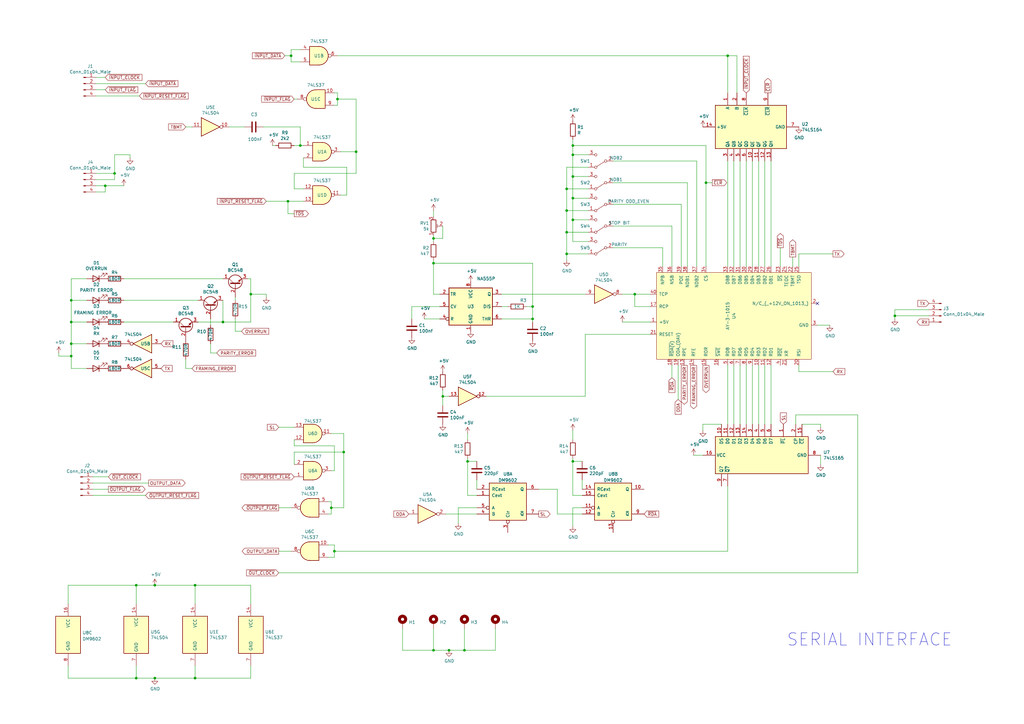
<source format=kicad_sch>
(kicad_sch (version 20211123) (generator eeschema)
  (paper "A3")
  (junction (at 63.5 240.03))
  (junction (at 177.8 107.95))
  (junction (at 80.01 240.03))
  (junction (at 118.11 82.55))
  (junction (at 234.95 189.23))
  (junction (at 232.41 86.36))
  (junction (at 184.15 266.7))
  (junction (at 140.97 185.42))
  (junction (at 29.21 140.97))
  (junction (at 135.89 208.28))
  (junction (at 234.95 59.69))
  (junction (at 177.8 266.7))
  (junction (at 190.5 266.7))
  (junction (at 289.56 74.93))
  (junction (at 181.61 162.56))
  (junction (at 29.21 132.08))
  (junction (at 191.77 189.23))
  (junction (at 298.45 22.86))
  (junction (at 146.05 62.23))
  (junction (at 63.5 278.13))
  (junction (at 260.35 120.65))
  (junction (at 55.88 240.03))
  (junction (at 138.43 40.64))
  (junction (at 43.18 76.2))
  (junction (at 234.95 90.17))
  (junction (at 119.38 22.86))
  (junction (at 232.41 77.47))
  (junction (at 218.44 125.73))
  (junction (at 80.01 278.13))
  (junction (at 234.95 72.39))
  (junction (at 234.95 63.5))
  (junction (at 102.87 120.65))
  (junction (at 177.8 97.79))
  (junction (at 234.95 81.28))
  (junction (at 46.99 71.12))
  (junction (at 123.19 59.69))
  (junction (at 218.44 130.81))
  (junction (at 29.21 123.19))
  (junction (at 232.41 95.25))
  (junction (at 367.03 129.54))
  (junction (at 232.41 104.14))
  (junction (at 137.16 226.06))
  (junction (at 55.88 278.13))
  (junction (at 29.21 146.05))
  (junction (at 91.44 132.08))
  (no_connect (at 335.28 124.46))
  (wire (pts (xy 328.93 173.99) (xy 336.55 173.99)))
  (wire (pts (xy 288.29 173.99) (xy 288.29 176.53)))
  (wire (pts (xy 320.04 101.6) (xy 320.04 109.22)))
  (wire (pts (xy 205.74 130.81) (xy 218.44 130.81)))
  (wire (pts (xy 39.37 31.75) (xy 43.18 31.75)))
  (wire (pts (xy 306.07 149.86) (xy 306.07 173.99)))
  (wire (pts (xy 218.44 130.81) (xy 218.44 125.73)))
  (wire (pts (xy 124.46 77.47) (xy 120.65 77.47)))
  (wire (pts (xy 173.99 130.81) (xy 180.34 130.81)))
  (wire (pts (xy 234.95 72.39) (xy 234.95 81.28)))
  (wire (pts (xy 313.69 149.86) (xy 313.69 173.99)))
  (wire (pts (xy 168.91 125.73) (xy 168.91 130.81)))
  (wire (pts (xy 146.05 71.12) (xy 146.05 62.23)))
  (wire (pts (xy 177.8 266.7) (xy 184.15 266.7)))
  (wire (pts (xy 208.28 125.73) (xy 205.74 125.73)))
  (wire (pts (xy 78.74 52.07) (xy 76.2 52.07)))
  (wire (pts (xy 80.01 247.65) (xy 80.01 240.03)))
  (wire (pts (xy 181.61 97.79) (xy 177.8 97.79)))
  (wire (pts (xy 313.69 66.04) (xy 313.69 109.22)))
  (wire (pts (xy 335.28 133.35) (xy 340.36 133.35)))
  (wire (pts (xy 35.56 123.19) (xy 29.21 123.19)))
  (wire (pts (xy 190.5 266.7) (xy 203.2 266.7)))
  (wire (pts (xy 232.41 104.14) (xy 241.3 104.14)))
  (wire (pts (xy 234.95 187.96) (xy 234.95 189.23)))
  (wire (pts (xy 182.88 210.82) (xy 195.58 210.82)))
  (wire (pts (xy 39.37 76.2) (xy 43.18 76.2)))
  (wire (pts (xy 271.78 101.6) (xy 271.78 109.22)))
  (wire (pts (xy 76.2 151.13) (xy 78.74 151.13)))
  (wire (pts (xy 177.8 88.9) (xy 177.8 86.36)))
  (wire (pts (xy 80.01 278.13) (xy 102.87 278.13)))
  (wire (pts (xy 86.36 144.78) (xy 88.9 144.78)))
  (wire (pts (xy 118.11 82.55) (xy 109.22 82.55)))
  (wire (pts (xy 119.38 22.86) (xy 119.38 25.4)))
  (wire (pts (xy 96.52 135.89) (xy 99.06 135.89)))
  (wire (pts (xy 341.63 104.14) (xy 327.66 104.14)))
  (wire (pts (xy 135.89 177.8) (xy 140.97 177.8)))
  (wire (pts (xy 120.65 59.69) (xy 123.19 59.69)))
  (wire (pts (xy 325.12 105.41) (xy 325.12 109.22)))
  (wire (pts (xy 311.15 149.86) (xy 311.15 173.99)))
  (wire (pts (xy 367.03 127) (xy 367.03 129.54)))
  (wire (pts (xy 123.19 20.32) (xy 119.38 20.32)))
  (wire (pts (xy 295.91 173.99) (xy 288.29 173.99)))
  (wire (pts (xy 195.58 208.28) (xy 187.96 208.28)))
  (wire (pts (xy 336.55 173.99) (xy 336.55 175.26)))
  (wire (pts (xy 142.24 68.58) (xy 142.24 80.01)))
  (wire (pts (xy 241.3 68.58) (xy 232.41 68.58)))
  (wire (pts (xy 102.87 247.65) (xy 102.87 240.03)))
  (wire (pts (xy 29.21 151.13) (xy 29.21 146.05)))
  (wire (pts (xy 251.46 83.82) (xy 279.4 83.82)))
  (wire (pts (xy 123.19 52.07) (xy 123.19 59.69)))
  (wire (pts (xy 119.38 22.86) (xy 116.84 22.86)))
  (wire (pts (xy 275.59 92.71) (xy 251.46 92.71)))
  (wire (pts (xy 190.5 257.81) (xy 190.5 266.7)))
  (wire (pts (xy 60.96 198.12) (xy 38.1 198.12)))
  (wire (pts (xy 234.95 203.2) (xy 238.76 203.2)))
  (wire (pts (xy 298.45 38.1) (xy 298.45 22.86)))
  (wire (pts (xy 120.65 185.42) (xy 120.65 190.5)))
  (wire (pts (xy 29.21 140.97) (xy 29.21 132.08)))
  (wire (pts (xy 46.99 73.66) (xy 46.99 71.12)))
  (wire (pts (xy 44.45 200.66) (xy 38.1 200.66)))
  (wire (pts (xy 39.37 71.12) (xy 46.99 71.12)))
  (wire (pts (xy 181.61 162.56) (xy 181.61 166.37)))
  (wire (pts (xy 308.61 66.04) (xy 308.61 109.22)))
  (wire (pts (xy 80.01 240.03) (xy 63.5 240.03)))
  (wire (pts (xy 187.96 208.28) (xy 187.96 214.63)))
  (wire (pts (xy 234.95 63.5) (xy 234.95 72.39)))
  (wire (pts (xy 234.95 63.5) (xy 241.3 63.5)))
  (wire (pts (xy 281.94 74.93) (xy 281.94 109.22)))
  (wire (pts (xy 316.23 149.86) (xy 316.23 173.99)))
  (wire (pts (xy 232.41 86.36) (xy 232.41 95.25)))
  (wire (pts (xy 39.37 39.37) (xy 57.15 39.37)))
  (wire (pts (xy 300.99 66.04) (xy 300.99 109.22)))
  (wire (pts (xy 140.97 177.8) (xy 140.97 185.42)))
  (wire (pts (xy 238.76 189.23) (xy 234.95 189.23)))
  (wire (pts (xy 298.45 66.04) (xy 298.45 109.22)))
  (wire (pts (xy 251.46 101.6) (xy 271.78 101.6)))
  (wire (pts (xy 119.38 208.28) (xy 114.3 208.28)))
  (wire (pts (xy 195.58 189.23) (xy 191.77 189.23)))
  (wire (pts (xy 27.94 278.13) (xy 55.88 278.13)))
  (wire (pts (xy 96.52 121.92) (xy 96.52 123.19)))
  (wire (pts (xy 120.65 180.34) (xy 120.65 182.88)))
  (wire (pts (xy 241.3 81.28) (xy 234.95 81.28)))
  (wire (pts (xy 298.45 199.39) (xy 298.45 226.06)))
  (wire (pts (xy 29.21 123.19) (xy 29.21 114.3)))
  (wire (pts (xy 238.76 196.85) (xy 238.76 200.66)))
  (wire (pts (xy 120.65 71.12) (xy 146.05 71.12)))
  (wire (pts (xy 228.6 210.82) (xy 228.6 200.66)))
  (wire (pts (xy 119.38 226.06) (xy 114.3 226.06)))
  (wire (pts (xy 177.8 96.52) (xy 177.8 97.79)))
  (wire (pts (xy 232.41 104.14) (xy 232.41 106.68)))
  (wire (pts (xy 289.56 109.22) (xy 289.56 74.93)))
  (wire (pts (xy 298.45 149.86) (xy 298.45 173.99)))
  (wire (pts (xy 181.61 92.71) (xy 181.61 97.79)))
  (wire (pts (xy 53.34 63.5) (xy 53.34 64.77)))
  (wire (pts (xy 260.35 125.73) (xy 260.35 120.65)))
  (wire (pts (xy 234.95 208.28) (xy 234.95 215.9)))
  (wire (pts (xy 300.99 149.86) (xy 300.99 173.99)))
  (wire (pts (xy 39.37 78.74) (xy 43.18 78.74)))
  (wire (pts (xy 135.89 205.74) (xy 134.62 205.74)))
  (wire (pts (xy 302.26 22.86) (xy 302.26 38.1)))
  (wire (pts (xy 119.38 20.32) (xy 119.38 22.86)))
  (wire (pts (xy 109.22 120.65) (xy 102.87 120.65)))
  (wire (pts (xy 241.3 77.47) (xy 232.41 77.47)))
  (wire (pts (xy 29.21 114.3) (xy 35.56 114.3)))
  (wire (pts (xy 177.8 120.65) (xy 180.34 120.65)))
  (wire (pts (xy 137.16 193.04) (xy 135.89 193.04)))
  (wire (pts (xy 279.4 83.82) (xy 279.4 109.22)))
  (wire (pts (xy 218.44 132.08) (xy 218.44 130.81)))
  (wire (pts (xy 102.87 132.08) (xy 102.87 120.65)))
  (wire (pts (xy 381 127) (xy 367.03 127)))
  (wire (pts (xy 275.59 109.22) (xy 275.59 92.71)))
  (wire (pts (xy 311.15 66.04) (xy 311.15 109.22)))
  (wire (pts (xy 27.94 240.03) (xy 27.94 247.65)))
  (wire (pts (xy 165.1 257.81) (xy 165.1 266.7)))
  (wire (pts (xy 120.65 182.88) (xy 137.16 182.88)))
  (wire (pts (xy 316.23 66.04) (xy 316.23 109.22)))
  (wire (pts (xy 146.05 62.23) (xy 139.7 62.23)))
  (wire (pts (xy 137.16 226.06) (xy 298.45 226.06)))
  (wire (pts (xy 80.01 273.05) (xy 80.01 278.13)))
  (wire (pts (xy 241.3 72.39) (xy 234.95 72.39)))
  (wire (pts (xy 180.34 125.73) (xy 168.91 125.73)))
  (wire (pts (xy 91.44 123.19) (xy 91.44 132.08)))
  (wire (pts (xy 234.95 81.28) (xy 234.95 90.17)))
  (wire (pts (xy 288.29 186.69) (xy 284.48 186.69)))
  (wire (pts (xy 177.8 257.81) (xy 177.8 266.7)))
  (wire (pts (xy 326.39 170.18) (xy 326.39 173.99)))
  (wire (pts (xy 177.8 106.68) (xy 177.8 107.95)))
  (wire (pts (xy 86.36 140.97) (xy 86.36 144.78)))
  (wire (pts (xy 218.44 107.95) (xy 177.8 107.95)))
  (wire (pts (xy 29.21 132.08) (xy 29.21 123.19)))
  (wire (pts (xy 327.66 104.14) (xy 327.66 109.22)))
  (wire (pts (xy 232.41 95.25) (xy 232.41 104.14)))
  (wire (pts (xy 123.19 52.07) (xy 107.95 52.07)))
  (wire (pts (xy 91.44 132.08) (xy 102.87 132.08)))
  (wire (pts (xy 111.76 59.69) (xy 113.03 59.69)))
  (wire (pts (xy 138.43 38.1) (xy 138.43 40.64)))
  (wire (pts (xy 86.36 130.81) (xy 86.36 133.35)))
  (wire (pts (xy 119.38 25.4) (xy 123.19 25.4)))
  (wire (pts (xy 140.97 208.28) (xy 135.89 208.28)))
  (wire (pts (xy 102.87 114.3) (xy 101.6 114.3)))
  (wire (pts (xy 251.46 66.04) (xy 285.75 66.04)))
  (wire (pts (xy 142.24 80.01) (xy 139.7 80.01)))
  (wire (pts (xy 55.88 273.05) (xy 55.88 278.13)))
  (wire (pts (xy 232.41 77.47) (xy 232.41 86.36)))
  (wire (pts (xy 76.2 147.32) (xy 76.2 151.13)))
  (wire (pts (xy 165.1 266.7) (xy 177.8 266.7)))
  (wire (pts (xy 203.2 266.7) (xy 203.2 257.81)))
  (wire (pts (xy 278.13 149.86) (xy 278.13 163.83)))
  (wire (pts (xy 120.65 77.47) (xy 120.65 71.12)))
  (wire (pts (xy 336.55 186.69) (xy 336.55 190.5)))
  (wire (pts (xy 35.56 151.13) (xy 29.21 151.13)))
  (wire (pts (xy 140.97 185.42) (xy 120.65 185.42)))
  (wire (pts (xy 238.76 210.82) (xy 228.6 210.82)))
  (wire (pts (xy 124.46 64.77) (xy 124.46 68.58)))
  (wire (pts (xy 177.8 97.79) (xy 177.8 99.06)))
  (wire (pts (xy 289.56 74.93) (xy 289.56 59.69)))
  (wire (pts (xy 134.62 210.82) (xy 135.89 210.82)))
  (wire (pts (xy 228.6 200.66) (xy 220.98 200.66)))
  (wire (pts (xy 184.15 266.7) (xy 190.5 266.7)))
  (wire (pts (xy 29.21 146.05) (xy 29.21 140.97)))
  (wire (pts (xy 351.79 234.95) (xy 351.79 170.18)))
  (wire (pts (xy 234.95 189.23) (xy 234.95 203.2)))
  (wire (pts (xy 191.77 189.23) (xy 191.77 203.2)))
  (wire (pts (xy 55.88 240.03) (xy 27.94 240.03)))
  (wire (pts (xy 124.46 68.58) (xy 142.24 68.58)))
  (wire (pts (xy 234.95 180.34) (xy 234.95 176.53)))
  (wire (pts (xy 138.43 43.18) (xy 137.16 43.18)))
  (wire (pts (xy 240.03 137.16) (xy 240.03 162.56)))
  (wire (pts (xy 137.16 228.6) (xy 134.62 228.6)))
  (wire (pts (xy 140.97 185.42) (xy 140.97 208.28)))
  (wire (pts (xy 146.05 40.64) (xy 146.05 62.23)))
  (wire (pts (xy 303.53 66.04) (xy 303.53 109.22)))
  (wire (pts (xy 191.77 187.96) (xy 191.77 189.23)))
  (wire (pts (xy 218.44 125.73) (xy 218.44 107.95)))
  (wire (pts (xy 114.3 234.95) (xy 351.79 234.95)))
  (wire (pts (xy 260.35 120.65) (xy 255.27 120.65)))
  (wire (pts (xy 251.46 74.93) (xy 281.94 74.93)))
  (wire (pts (xy 234.95 90.17) (xy 234.95 99.06)))
  (wire (pts (xy 234.95 59.69) (xy 234.95 57.15)))
  (wire (pts (xy 35.56 132.08) (xy 29.21 132.08)))
  (wire (pts (xy 184.15 162.56) (xy 181.61 162.56)))
  (wire (pts (xy 63.5 240.03) (xy 55.88 240.03)))
  (wire (pts (xy 137.16 226.06) (xy 137.16 223.52)))
  (wire (pts (xy 215.9 125.73) (xy 218.44 125.73)))
  (wire (pts (xy 266.7 120.65) (xy 260.35 120.65)))
  (wire (pts (xy 50.8 123.19) (xy 81.28 123.19)))
  (wire (pts (xy 124.46 82.55) (xy 118.11 82.55)))
  (wire (pts (xy 327.66 152.4) (xy 341.63 152.4)))
  (wire (pts (xy 238.76 208.28) (xy 234.95 208.28)))
  (wire (pts (xy 59.69 203.2) (xy 38.1 203.2)))
  (wire (pts (xy 367.03 129.54) (xy 367.03 130.81)))
  (wire (pts (xy 135.89 210.82) (xy 135.89 208.28)))
  (wire (pts (xy 191.77 203.2) (xy 195.58 203.2)))
  (wire (pts (xy 135.89 208.28) (xy 135.89 205.74)))
  (wire (pts (xy 43.18 76.2) (xy 50.8 76.2)))
  (wire (pts (xy 118.11 82.55) (xy 118.11 87.63)))
  (wire (pts (xy 46.99 63.5) (xy 53.34 63.5)))
  (wire (pts (xy 102.87 240.03) (xy 80.01 240.03)))
  (wire (pts (xy 306.07 66.04) (xy 306.07 109.22)))
  (wire (pts (xy 27.94 273.05) (xy 27.94 278.13)))
  (wire (pts (xy 100.33 52.07) (xy 93.98 52.07)))
  (wire (pts (xy 289.56 59.69) (xy 234.95 59.69)))
  (wire (pts (xy 102.87 278.13) (xy 102.87 273.05)))
  (wire (pts (xy 275.59 149.86) (xy 275.59 154.94)))
  (wire (pts (xy 303.53 149.86) (xy 303.53 173.99)))
  (wire (pts (xy 240.03 120.65) (xy 205.74 120.65)))
  (wire (pts (xy 102.87 120.65) (xy 102.87 114.3)))
  (wire (pts (xy 234.95 99.06) (xy 241.3 99.06)))
  (wire (pts (xy 123.19 59.69) (xy 124.46 59.69)))
  (wire (pts (xy 241.3 95.25) (xy 232.41 95.25)))
  (wire (pts (xy 109.22 121.92) (xy 109.22 120.65)))
  (wire (pts (xy 308.61 149.86) (xy 308.61 173.99)))
  (wire (pts (xy 298.45 22.86) (xy 302.26 22.86)))
  (wire (pts (xy 234.95 59.69) (xy 234.95 63.5)))
  (wire (pts (xy 241.3 86.36) (xy 232.41 86.36)))
  (wire (pts (xy 96.52 130.81) (xy 96.52 135.89)))
  (wire (pts (xy 181.61 160.02) (xy 181.61 162.56)))
  (wire (pts (xy 327.66 149.86) (xy 327.66 152.4)))
  (wire (pts (xy 50.8 114.3) (xy 91.44 114.3)))
  (wire (pts (xy 195.58 196.85) (xy 195.58 200.66)))
  (wire (pts (xy 241.3 90.17) (xy 234.95 90.17)))
  (wire (pts (xy 232.41 68.58) (xy 232.41 77.47)))
  (wire (pts (xy 38.1 195.58) (xy 44.45 195.58)))
  (wire (pts (xy 120.65 175.26) (xy 114.3 175.26)))
  (wire (pts (xy 63.5 278.13) (xy 80.01 278.13)))
  (wire (pts (xy 71.12 132.08) (xy 50.8 132.08)))
  (wire (pts (xy 24.13 146.05) (xy 24.13 144.78)))
  (wire (pts (xy 351.79 170.18) (xy 326.39 170.18)))
  (wire (pts (xy 138.43 40.64) (xy 138.43 43.18)))
  (wire (pts (xy 138.43 22.86) (xy 298.45 22.86)))
  (wire (pts (xy 137.16 182.88) (xy 137.16 193.04)))
  (wire (pts (xy 46.99 71.12) (xy 46.99 63.5)))
  (wire (pts (xy 39.37 34.29) (xy 59.69 34.29)))
  (wire (pts (xy 55.88 247.65) (xy 55.88 240.03)))
  (wire (pts (xy 138.43 40.64) (xy 146.05 40.64)))
  (wire (pts (xy 266.7 125.73) (xy 260.35 125.73)))
  (wire (pts (xy 137.16 223.52) (xy 134.62 223.52)))
  (wire (pts (xy 285.75 66.04) (xy 285.75 109.22)))
  (wire (pts (xy 120.65 40.64) (xy 121.92 40.64)))
  (wire (pts (xy 177.8 107.95) (xy 177.8 120.65)))
  (wire (pts (xy 137.16 38.1) (xy 138.43 38.1)))
  (wire (pts (xy 43.18 78.74) (xy 43.18 76.2)))
  (wire (pts (xy 266.7 137.16) (xy 240.03 137.16)))
  (wire (pts (xy 137.16 226.06) (xy 137.16 228.6)))
  (wire (pts (xy 29.21 146.05) (xy 24.13 146.05)))
  (wire (pts (xy 39.37 73.66) (xy 46.99 73.66)))
  (wire (pts (xy 292.1 74.93) (xy 289.56 74.93)))
  (wire (pts (xy 118.11 87.63) (xy 120.65 87.63)))
  (wire (pts (xy 240.03 162.56) (xy 199.39 162.56)))
  (wire (pts (xy 191.77 180.34) (xy 191.77 177.8)))
  (wire (pts (xy 55.88 278.13) (xy 63.5 278.13)))
  (wire (pts (xy 381 129.54) (xy 367.03 129.54)))
  (wire (pts (xy 39.37 36.83) (xy 43.18 36.83)))
  (wire (pts (xy 255.27 132.08) (xy 266.7 132.08)))
  (wire (pts (xy 81.28 132.08) (xy 91.44 132.08)))
  (wire (pts (xy 29.21 140.97) (xy 35.56 140.97)))
  (text "SERIAL INTERFACE" (at 322.58 265.43 0) (effects (font (size 5.0038 5.0038)) (justify left bottom)))
  (global_label "~{INPUT_DATA}" (shape input) (at 116.84 22.86 180) (property "Intersheet References" "${INTERSHEET_REFS}" (effects hide)))
  (global_label "~{INPUT_CLOCK}" (shape input) (at 306.07 38.1 90) (property "Intersheet References" "${INTERSHEET_REFS}" (effects hide)))
  (global_label "ODA" (shape input) (at 278.13 163.83 270) (property "Intersheet References" "${INTERSHEET_REFS}" (effects hide)))
  (global_label "PARITY_ERROR" (shape input) (at 88.9 144.78 0) (property "Intersheet References" "${INTERSHEET_REFS}" (effects hide)))
  (global_label "SL" (shape output) (at 220.98 210.82 0) (property "Intersheet References" "${INTERSHEET_REFS}" (effects hide)))
  (global_label "~{OUTPUT_FLAG}" (shape output) (at 44.45 200.66 0) (property "Intersheet References" "${INTERSHEET_REFS}" (effects hide)))
  (global_label "SL" (shape input) (at 321.31 173.99 90) (property "Intersheet References" "${INTERSHEET_REFS}" (effects hide)))
  (global_label "TX" (shape input) (at 381 124.46 180) (property "Intersheet References" "${INTERSHEET_REFS}" (effects hide)))
  (global_label "~{OUTPUT_RESET_FLAG}" (shape input) (at 59.69 203.2 0) (property "Intersheet References" "${INTERSHEET_REFS}" (effects hide)))
  (global_label "TX" (shape input) (at 66.04 151.13 0) (property "Intersheet References" "${INTERSHEET_REFS}" (effects hide)))
  (global_label "OUTPUT_DATA" (shape output) (at 114.3 226.06 180) (property "Intersheet References" "${INTERSHEET_REFS}" (effects hide)))
  (global_label "RX" (shape output) (at 381 132.08 180) (property "Intersheet References" "${INTERSHEET_REFS}" (effects hide)))
  (global_label "~{INPUT_RESET_FLAG}" (shape input) (at 109.22 82.55 180) (property "Intersheet References" "${INTERSHEET_REFS}" (effects hide)))
  (global_label "TBMT" (shape output) (at 325.12 105.41 90) (property "Intersheet References" "${INTERSHEET_REFS}" (effects hide)))
  (global_label "~{RDA}" (shape input) (at 275.59 154.94 270) (property "Intersheet References" "${INTERSHEET_REFS}" (effects hide)))
  (global_label "~{INPUT_RESET_FLAG}" (shape input) (at 57.15 39.37 0) (property "Intersheet References" "${INTERSHEET_REFS}" (effects hide)))
  (global_label "~{INPUT_FLAG}" (shape input) (at 43.18 36.83 0) (property "Intersheet References" "${INTERSHEET_REFS}" (effects hide)))
  (global_label "RX" (shape input) (at 341.63 152.4 0) (property "Intersheet References" "${INTERSHEET_REFS}" (effects hide)))
  (global_label "~{INPUT_FLAG}" (shape input) (at 120.65 40.64 180) (property "Intersheet References" "${INTERSHEET_REFS}" (effects hide)))
  (global_label "RX" (shape input) (at 66.04 140.97 0) (property "Intersheet References" "${INTERSHEET_REFS}" (effects hide)))
  (global_label "~{OUTPUT_RESET_FLAG}" (shape input) (at 120.65 195.58 180) (property "Intersheet References" "${INTERSHEET_REFS}" (effects hide)))
  (global_label "TBMT" (shape input) (at 76.2 52.07 180) (property "Intersheet References" "${INTERSHEET_REFS}" (effects hide)))
  (global_label "~{CLR}" (shape output) (at 292.1 74.93 0) (property "Intersheet References" "${INTERSHEET_REFS}" (effects hide)))
  (global_label "~{OUTPUT_FLAG}" (shape output) (at 114.3 208.28 180) (property "Intersheet References" "${INTERSHEET_REFS}" (effects hide)))
  (global_label "OUTPUT_DATA" (shape output) (at 60.96 198.12 0) (property "Intersheet References" "${INTERSHEET_REFS}" (effects hide)))
  (global_label "TX" (shape output) (at 341.63 104.14 0) (property "Intersheet References" "${INTERSHEET_REFS}" (effects hide)))
  (global_label "~{TDS}" (shape output) (at 320.04 101.6 90) (property "Intersheet References" "${INTERSHEET_REFS}" (effects hide)))
  (global_label "SL" (shape input) (at 114.3 175.26 180) (property "Intersheet References" "${INTERSHEET_REFS}" (effects hide)))
  (global_label "~{RDA}" (shape input) (at 264.16 210.82 0) (property "Intersheet References" "${INTERSHEET_REFS}" (effects hide)))
  (global_label "FRAMING_ERROR" (shape output) (at 284.48 149.86 270) (property "Intersheet References" "${INTERSHEET_REFS}" (effects hide)))
  (global_label "ODA" (shape input) (at 167.64 210.82 180) (property "Intersheet References" "${INTERSHEET_REFS}" (effects hide)))
  (global_label "OVERRUN" (shape output) (at 289.56 149.86 270) (property "Intersheet References" "${INTERSHEET_REFS}" (effects hide)))
  (global_label "FRAMING_ERROR" (shape input) (at 78.74 151.13 0) (property "Intersheet References" "${INTERSHEET_REFS}" (effects hide)))
  (global_label "~{OUT_CLOCK}" (shape input) (at 44.45 195.58 0) (property "Intersheet References" "${INTERSHEET_REFS}" (effects hide)))
  (global_label "~{INPUT_DATA}" (shape input) (at 59.69 34.29 0) (property "Intersheet References" "${INTERSHEET_REFS}" (effects hide)))
  (global_label "~{INPUT_CLOCK}" (shape input) (at 43.18 31.75 0) (property "Intersheet References" "${INTERSHEET_REFS}" (effects hide)))
  (global_label "~{OUT_CLOCK}" (shape input) (at 114.3 234.95 180) (property "Intersheet References" "${INTERSHEET_REFS}" (effects hide)))
  (global_label "OVERRUN" (shape input) (at 99.06 135.89 0) (property "Intersheet References" "${INTERSHEET_REFS}" (effects hide)))
  (global_label "~{TDS}" (shape output) (at 120.65 87.63 0) (property "Intersheet References" "${INTERSHEET_REFS}" (effects hide)))
  (global_label "PARITY_ERROR" (shape output) (at 280.67 149.86 270) (property "Intersheet References" "${INTERSHEET_REFS}" (effects hide)))
  (global_label "~{CLR}" (shape output) (at 314.96 38.1 90) (property "Intersheet References" "${INTERSHEET_REFS}" (effects hide)))
  (symbol (lib_id "74xx:74LS165") (at 311.15 186.69 90) (mirror x) (unit 1)
    (property "Reference" "U7" (at 337.6676 185.5216 90) (effects (justify right)))
    (property "Value" "74LS165" (at 337.6676 187.833 90) (effects (justify right)))
    (property "Footprint" "Package_DIP:DIP-16_W7.62mm" (effects hide))
    (property "Datasheet" "https://www.ti.com/lit/ds/symlink/sn74ls165a.pdf" (effects hide))
  )
  (symbol (lib_id "E8Serial-rescue:AY-3-1015-Interface_UART") (at 300.99 129.54 90) (unit 1)
    (property "Reference" "U4" (at 300.99 129.54 0))
    (property "Value" "AY-3-1015" (at 298.45 129.54 0))
    (property "Footprint" "Package_DIP:DIP-40_W15.24mm" (effects hide))
  )
  (symbol (lib_id "power:GND") (at 109.22 121.92 0) (unit 1)
    (property "Reference" "#PWR0111" (effects hide))
    (property "Value" "GND" (at 109.347 126.3142 0))
  )
  (symbol (lib_id "Switch:SW_SPDT") (at 246.38 101.6 180) (unit 1)
    (property "Reference" "SW5" (at 240.03 101.6 0))
    (property "Value" "PARITY " (at 254 100.33 0))
    (property "Footprint" "Altronics:S1320_SPDP_Toggle_switch_PCB_right_angle" (effects hide))
  )
  (symbol (lib_id "Switch:SW_SPDT") (at 246.38 92.71 180) (unit 1)
    (property "Reference" "SW4" (at 240.03 92.71 0))
    (property "Value" "STOP BIT" (at 254 91.44 0))
    (property "Footprint" "Altronics:S1320_SPDP_Toggle_switch_PCB_right_angle" (effects hide))
  )
  (symbol (lib_id "Switch:SW_SPDT") (at 246.38 83.82 180) (unit 1)
    (property "Reference" "SW3" (at 240.03 83.82 0))
    (property "Value" " PARITY ODD_EVEN" (at 257.81 82.55 0))
    (property "Footprint" "Altronics:S1320_SPDP_Toggle_switch_PCB_right_angle" (effects hide))
  )
  (symbol (lib_id "Switch:SW_SPDT") (at 246.38 74.93 180) (unit 1)
    (property "Reference" "SW2" (at 240.03 74.93 0))
    (property "Value" "NDB1" (at 252.73 73.66 0))
    (property "Footprint" "Altronics:S1320_SPDP_Toggle_switch_PCB_right_angle" (effects hide))
  )
  (symbol (lib_id "Switch:SW_SPDT") (at 246.38 66.04 180) (unit 1)
    (property "Reference" "SW1" (at 240.03 66.04 0))
    (property "Value" "NDB2" (at 252.73 64.77 0))
    (property "Footprint" "Altronics:S1320_SPDP_Toggle_switch_PCB_right_angle" (effects hide))
  )
  (symbol (lib_id "power:GND") (at 232.41 106.68 0) (unit 1)
    (property "Reference" "#PWR0101" (effects hide))
    (property "Value" "GND" (at 232.537 111.0742 0))
  )
  (symbol (lib_id "Device:R") (at 234.95 53.34 0) (unit 1)
    (property "Reference" "R1" (at 236.728 52.1716 0) (effects (justify left)))
    (property "Value" "R" (at 236.728 54.483 0) (effects (justify left)))
    (property "Footprint" "Resistor_THT:R_Axial_DIN0207_L6.3mm_D2.5mm_P10.16mm_Horizontal" (effects hide))
  )
  (symbol (lib_id "power:+5V") (at 255.27 132.08 0) (unit 1)
    (property "Reference" "#PWR0102" (effects hide))
    (property "Value" "+5V" (at 255.651 127.6858 0))
  )
  (symbol (lib_id "power:+5V") (at 234.95 49.53 0) (unit 1)
    (property "Reference" "#PWR0103" (effects hide))
    (property "Value" "+5V" (at 235.331 45.1358 0))
  )
  (symbol (lib_id "74xx:74LS04") (at 247.65 120.65 0) (unit 4)
    (property "Reference" "U5" (at 247.65 112.5982 0))
    (property "Value" "74LS04" (at 247.65 114.9096 0))
    (property "Footprint" "Package_DIP:DIP-14_W7.62mm" (effects hide))
    (property "Datasheet" "http://www.ti.com/lit/gpn/sn74LS04" (effects hide))
  )
  (symbol (lib_id "Timer:NA555P") (at 193.04 125.73 0) (unit 1)
    (property "Reference" "U3" (at 193.04 125.73 0))
    (property "Value" "NA555P" (at 199.39 114.3 0))
    (property "Footprint" "Package_DIP:DIP-8_W7.62mm" (effects hide))
    (property "Datasheet" "http://www.ti.com/lit/ds/symlink/ne555.pdf" (effects hide))
  )
  (symbol (lib_id "Device:R") (at 212.09 125.73 270) (unit 1)
    (property "Reference" "R3" (at 214.63 123.19 90))
    (property "Value" "1K" (at 212.09 125.73 90))
    (property "Footprint" "Resistor_THT:R_Axial_DIN0207_L6.3mm_D2.5mm_P10.16mm_Horizontal" (effects hide))
  )
  (symbol (lib_id "power:+5V") (at 173.99 130.81 0) (unit 1)
    (property "Reference" "#PWR0104" (effects hide))
    (property "Value" "+5V" (at 174.371 126.4158 0))
  )
  (symbol (lib_id "power:+5V") (at 193.04 115.57 0) (unit 1)
    (property "Reference" "#PWR0105" (effects hide))
    (property "Value" "+5V" (at 193.421 111.1758 0))
  )
  (symbol (lib_id "power:GND") (at 193.04 135.89 0) (unit 1)
    (property "Reference" "#PWR0106" (effects hide))
    (property "Value" "GND" (at 193.167 140.2842 0))
  )
  (symbol (lib_id "Device:R") (at 177.8 102.87 0) (mirror x) (unit 1)
    (property "Reference" "R2" (at 176.022 101.7016 0) (effects (justify right)))
    (property "Value" "4k7" (at 176.022 104.013 0) (effects (justify right)))
    (property "Footprint" "Resistor_THT:R_Axial_DIN0207_L6.3mm_D2.5mm_P10.16mm_Horizontal" (effects hide))
  )
  (symbol (lib_id "E8Serial-rescue:R_POT_TRIM-Device") (at 177.8 92.71 0) (mirror x) (unit 1)
    (property "Reference" "RV1" (at 176.022 91.5416 0) (effects (justify right)))
    (property "Value" "5k" (at 176.022 93.853 0) (effects (justify right)))
    (property "Footprint" "Potentiometer_THT:Potentiometer_Bourns_3006P_Horizontal" (effects hide))
  )
  (symbol (lib_id "power:+5V") (at 177.8 86.36 0) (unit 1)
    (property "Reference" "#PWR0107" (effects hide))
    (property "Value" "+5V" (at 178.181 81.9658 0))
  )
  (symbol (lib_id "Device:C") (at 168.91 134.62 0) (unit 1)
    (property "Reference" "C1" (at 171.831 133.4516 0) (effects (justify left)))
    (property "Value" "100nf" (at 171.831 135.763 0) (effects (justify left)))
    (property "Footprint" "Capacitor_THT:C_Disc_D10.0mm_W2.5mm_P5.00mm" (effects hide))
  )
  (symbol (lib_id "74xx:74LS04") (at 191.77 162.56 0) (unit 6)
    (property "Reference" "U5" (at 191.77 154.5082 0))
    (property "Value" "74LS04" (at 191.77 156.8196 0))
    (property "Datasheet" "http://www.ti.com/lit/gpn/sn74LS04" (effects hide))
  )
  (symbol (lib_id "Device:C") (at 218.44 135.89 0) (unit 1)
    (property "Reference" "C2" (at 221.361 134.7216 0) (effects (justify left)))
    (property "Value" "100nf" (at 221.361 137.033 0) (effects (justify left)))
    (property "Footprint" "Capacitor_THT:C_Disc_D10.0mm_W2.5mm_P5.00mm" (effects hide))
  )
  (symbol (lib_id "Device:R") (at 181.61 156.21 0) (mirror x) (unit 1)
    (property "Reference" "R12" (at 179.832 155.0416 0) (effects (justify right)))
    (property "Value" "4k7" (at 179.832 157.353 0) (effects (justify right)))
    (property "Footprint" "Resistor_THT:R_Axial_DIN0207_L6.3mm_D2.5mm_P10.16mm_Horizontal" (effects hide))
  )
  (symbol (lib_id "Device:C") (at 181.61 170.18 0) (unit 1)
    (property "Reference" "C4" (at 184.531 169.0116 0) (effects (justify left)))
    (property "Value" "100nF" (at 184.531 171.323 0) (effects (justify left)))
    (property "Footprint" "Capacitor_THT:C_Disc_D10.0mm_W2.5mm_P5.00mm" (effects hide))
  )
  (symbol (lib_id "power:GND") (at 218.44 139.7 0) (unit 1)
    (property "Reference" "#PWR0108" (effects hide))
    (property "Value" "GND" (at 218.567 144.0942 0))
  )
  (symbol (lib_id "power:GND") (at 168.91 138.43 0) (unit 1)
    (property "Reference" "#PWR0109" (effects hide))
    (property "Value" "GND" (at 169.037 142.8242 0))
  )
  (symbol (lib_id "power:GND") (at 181.61 173.99 0) (unit 1)
    (property "Reference" "#PWR0112" (effects hide))
    (property "Value" "GND" (at 181.737 178.3842 0))
  )
  (symbol (lib_id "power:+5V") (at 181.61 152.4 0) (unit 1)
    (property "Reference" "#PWR0113" (effects hide))
    (property "Value" "+5V" (at 181.991 148.0058 0))
  )
  (symbol (lib_id "Device:R") (at 234.95 184.15 0) (mirror x) (unit 1)
    (property "Reference" "R14" (at 233.172 182.9816 0) (effects (justify right)))
    (property "Value" "4k7" (at 233.172 185.293 0) (effects (justify right)))
    (property "Footprint" "Resistor_THT:R_Axial_DIN0207_L6.3mm_D2.5mm_P10.16mm_Horizontal" (effects hide))
  )
  (symbol (lib_id "Device:C") (at 238.76 193.04 0) (unit 1)
    (property "Reference" "C6" (at 241.681 191.8716 0) (effects (justify left)))
    (property "Value" "220pF" (at 241.681 194.183 0) (effects (justify left)))
    (property "Footprint" "Capacitor_THT:C_Disc_D8.0mm_W2.5mm_P5.00mm" (effects hide))
  )
  (symbol (lib_id "Device:R") (at 191.77 184.15 0) (mirror x) (unit 1)
    (property "Reference" "R13" (at 189.992 182.9816 0) (effects (justify right)))
    (property "Value" "4k7" (at 189.992 185.293 0) (effects (justify right)))
    (property "Footprint" "Resistor_THT:R_Axial_DIN0207_L6.3mm_D2.5mm_P10.16mm_Horizontal" (effects hide))
  )
  (symbol (lib_id "Device:C") (at 195.58 193.04 0) (unit 1)
    (property "Reference" "C5" (at 198.501 191.8716 0) (effects (justify left)))
    (property "Value" "220pF" (at 198.501 194.183 0) (effects (justify left)))
    (property "Footprint" "Capacitor_THT:C_Disc_D8.0mm_W2.5mm_P5.00mm" (effects hide))
  )
  (symbol (lib_id "Device:LED") (at 39.37 114.3 180) (unit 1)
    (property "Reference" "D1" (at 39.5478 107.823 0))
    (property "Value" "OVERRUN" (at 39.5478 110.1344 0))
    (property "Footprint" "LED_THT:LED_D5.0mm_Horizontal_O3.81mm_Z9.0mm" (effects hide))
  )
  (symbol (lib_id "Device:LED") (at 39.37 123.19 180) (unit 1)
    (property "Reference" "D2" (at 39.5478 116.713 0))
    (property "Value" "PARITY ERROR" (at 39.5478 119.0244 0))
    (property "Footprint" "LED_THT:LED_D5.0mm_Horizontal_O3.81mm_Z9.0mm" (effects hide))
  )
  (symbol (lib_id "Device:LED") (at 39.37 132.08 180) (unit 1)
    (property "Reference" "D3" (at 39.5478 125.603 0))
    (property "Value" "FRAMING ERROR" (at 38.1 128.27 0))
    (property "Footprint" "LED_THT:LED_D5.0mm_Horizontal_O3.81mm_Z9.0mm" (effects hide))
  )
  (symbol (lib_id "Device:LED") (at 39.37 140.97 180) (unit 1)
    (property "Reference" "D4" (at 39.5478 134.493 0))
    (property "Value" "RX" (at 39.5478 136.8044 0))
    (property "Footprint" "LED_THT:LED_D5.0mm_Horizontal_O3.81mm_Z9.0mm" (effects hide))
  )
  (symbol (lib_id "Device:R") (at 46.99 114.3 270) (mirror x) (unit 1)
    (property "Reference" "R4" (at 46.99 111.76 90))
    (property "Value" "180R" (at 46.99 114.3 90))
    (property "Footprint" "Resistor_THT:R_Axial_DIN0207_L6.3mm_D2.5mm_P10.16mm_Horizontal" (effects hide))
  )
  (symbol (lib_id "Device:R") (at 46.99 123.19 270) (mirror x) (unit 1)
    (property "Reference" "R5" (at 46.99 120.65 90))
    (property "Value" "180R" (at 46.99 123.19 90))
    (property "Footprint" "Resistor_THT:R_Axial_DIN0207_L6.3mm_D2.5mm_P10.16mm_Horizontal" (effects hide))
  )
  (symbol (lib_id "Device:R") (at 46.99 132.08 270) (mirror x) (unit 1)
    (property "Reference" "R6" (at 46.99 129.54 90))
    (property "Value" "180R" (at 46.99 132.08 90))
    (property "Footprint" "Resistor_THT:R_Axial_DIN0207_L6.3mm_D2.5mm_P10.16mm_Horizontal" (effects hide))
  )
  (symbol (lib_id "Device:R") (at 46.99 140.97 270) (mirror x) (unit 1)
    (property "Reference" "R7" (at 46.99 138.43 90))
    (property "Value" "180R" (at 46.99 140.97 90))
    (property "Footprint" "Resistor_THT:R_Axial_DIN0207_L6.3mm_D2.5mm_P10.16mm_Horizontal" (effects hide))
  )
  (symbol (lib_id "Device:LED") (at 39.37 151.13 180) (unit 1)
    (property "Reference" "D5" (at 39.5478 144.653 0))
    (property "Value" "TX" (at 39.5478 146.9644 0))
    (property "Footprint" "LED_THT:LED_D5.0mm_Horizontal_O3.81mm_Z9.0mm" (effects hide))
  )
  (symbol (lib_id "Device:R") (at 46.99 151.13 270) (mirror x) (unit 1)
    (property "Reference" "R8" (at 46.99 148.59 90))
    (property "Value" "180R" (at 46.99 151.13 90))
    (property "Footprint" "Resistor_THT:R_Axial_DIN0207_L6.3mm_D2.5mm_P10.16mm_Horizontal" (effects hide))
  )
  (symbol (lib_id "74xx:74LS04") (at 58.42 140.97 180) (unit 2)
    (property "Reference" "U5" (at 59.69 140.97 0))
    (property "Value" "74LS04" (at 54.61 137.16 0))
    (property "Datasheet" "http://www.ti.com/lit/gpn/sn74LS04" (effects hide))
  )
  (symbol (lib_id "power:+5V") (at 234.95 176.53 0) (unit 1)
    (property "Reference" "#PWR0114" (effects hide))
    (property "Value" "+5V" (at 235.331 172.1358 0))
  )
  (symbol (lib_id "power:+5V") (at 191.77 177.8 0) (unit 1)
    (property "Reference" "#PWR0115" (effects hide))
    (property "Value" "+5V" (at 192.151 173.4058 0))
  )
  (symbol (lib_id "74xx:74LS04") (at 58.42 151.13 180) (unit 3)
    (property "Reference" "U5" (at 59.69 151.13 0))
    (property "Value" "74LS04" (at 54.61 147.32 0))
    (property "Datasheet" "http://www.ti.com/lit/gpn/sn74LS04" (effects hide))
  )
  (symbol (lib_id "power:GND") (at 187.96 214.63 0) (unit 1)
    (property "Reference" "#PWR0116" (effects hide))
    (property "Value" "GND" (at 188.087 219.0242 0))
  )
  (symbol (lib_id "power:GND") (at 234.95 215.9 0) (unit 1)
    (property "Reference" "#PWR0117" (effects hide))
    (property "Value" "GND" (at 235.077 220.2942 0))
  )
  (symbol (lib_id "power:+5V") (at 24.13 144.78 0) (unit 1)
    (property "Reference" "#PWR0110" (effects hide))
    (property "Value" "+5V" (at 24.511 140.3858 0))
  )
  (symbol (lib_id "power:GND") (at 288.29 176.53 0) (unit 1)
    (property "Reference" "#PWR0118" (effects hide))
    (property "Value" "GND" (at 288.417 180.9242 0))
  )
  (symbol (lib_id "power:GND") (at 336.55 175.26 0) (unit 1)
    (property "Reference" "#PWR0119" (effects hide))
    (property "Value" "GND" (at 336.677 179.6542 0))
  )
  (symbol (lib_id "Transistor_BJT:BC548") (at 76.2 134.62 90) (unit 1)
    (property "Reference" "Q3" (at 76.2 126.2888 90))
    (property "Value" "BC548" (at 76.2 128.6002 90))
    (property "Footprint" "Package_TO_SOT_THT:TO-92_Inline_Wide" (effects hide))
    (property "Datasheet" "https://www.onsemi.com/pub/Collateral/BC550-D.pdf" (effects hide))
  )
  (symbol (lib_id "Transistor_BJT:BC548") (at 86.36 125.73 90) (unit 1)
    (property "Reference" "Q2" (at 86.36 117.3988 90))
    (property "Value" "BC548" (at 86.36 119.7102 90))
    (property "Footprint" "Package_TO_SOT_THT:TO-92_Inline_Wide" (effects hide))
    (property "Datasheet" "https://www.onsemi.com/pub/Collateral/BC550-D.pdf" (effects hide))
  )
  (symbol (lib_id "Transistor_BJT:BC548") (at 96.52 116.84 90) (unit 1)
    (property "Reference" "Q1" (at 96.52 108.5088 90))
    (property "Value" "BC548" (at 96.52 110.8202 90))
    (property "Footprint" "Package_TO_SOT_THT:TO-92_Inline_Wide" (effects hide))
    (property "Datasheet" "https://www.onsemi.com/pub/Collateral/BC550-D.pdf" (effects hide))
  )
  (symbol (lib_id "power:+5V") (at 284.48 186.69 0) (unit 1)
    (property "Reference" "#PWR0120" (effects hide))
    (property "Value" "+5V" (at 284.861 182.2958 0))
  )
  (symbol (lib_id "power:GND") (at 336.55 190.5 0) (unit 1)
    (property "Reference" "#PWR0121" (effects hide))
    (property "Value" "GND" (at 336.677 194.8942 0))
  )
  (symbol (lib_id "Device:R") (at 76.2 143.51 0) (mirror x) (unit 1)
    (property "Reference" "R11" (at 74.4474 142.3416 0) (effects (justify right)))
    (property "Value" "470R" (at 76.2 146.05 90) (effects (justify right)))
    (property "Footprint" "Resistor_THT:R_Axial_DIN0207_L6.3mm_D2.5mm_P10.16mm_Horizontal" (effects hide))
  )
  (symbol (lib_id "Device:R") (at 86.36 137.16 0) (mirror x) (unit 1)
    (property "Reference" "R10" (at 84.6074 135.9916 0) (effects (justify right)))
    (property "Value" "470R" (at 86.36 139.7 90) (effects (justify right)))
    (property "Footprint" "Resistor_THT:R_Axial_DIN0207_L6.3mm_D2.5mm_P10.16mm_Horizontal" (effects hide))
  )
  (symbol (lib_id "Device:R") (at 96.52 127 0) (mirror x) (unit 1)
    (property "Reference" "R15" (at 101.6 125.73 0) (effects (justify right)))
    (property "Value" "470R" (at 96.52 129.54 90) (effects (justify right)))
    (property "Footprint" "Resistor_THT:R_Axial_DIN0207_L6.3mm_D2.5mm_P10.16mm_Horizontal" (effects hide))
  )
  (symbol (lib_id "74xx:74LS37") (at 128.27 177.8 0) (mirror x) (unit 4)
    (property "Reference" "U6" (at 128.27 177.8 0))
    (property "Value" "74LS37" (at 128.27 172.72 0))
    (property "Footprint" "Package_DIP:DIP-14_W7.62mm" (effects hide))
    (property "Datasheet" "http://www.ti.com/lit/gpn/sn74ls37" (effects hide))
  )
  (symbol (lib_id "74xx:74LS37") (at 128.27 193.04 0) (mirror x) (unit 1)
    (property "Reference" "U6" (at 128.27 193.04 0))
    (property "Value" "74LS37" (at 128.27 187.2996 0))
    (property "Footprint" "Package_DIP:DIP-14_W7.62mm" (effects hide))
    (property "Datasheet" "http://www.ti.com/lit/gpn/sn74ls37" (effects hide))
  )
  (symbol (lib_id "74xx:74LS37") (at 127 208.28 180) (unit 2)
    (property "Reference" "U6" (at 127 200.2282 0))
    (property "Value" "74LS37" (at 127 202.5396 0))
    (property "Footprint" "Package_DIP:DIP-14_W7.62mm" (effects hide))
    (property "Datasheet" "http://www.ti.com/lit/gpn/sn74ls37" (effects hide))
  )
  (symbol (lib_id "74xx:74LS37") (at 127 226.06 180) (unit 3)
    (property "Reference" "U6" (at 127 218.0082 0))
    (property "Value" "74LS37" (at 127 220.3196 0))
    (property "Footprint" "Package_DIP:DIP-14_W7.62mm" (effects hide))
    (property "Datasheet" "http://www.ti.com/lit/gpn/sn74ls37" (effects hide))
  )
  (symbol (lib_id "E8Serial-rescue:74LS164-74xx") (at 307.34 52.07 90) (unit 1)
    (property "Reference" "U2" (at 328.7776 50.9016 90) (effects (justify right)))
    (property "Value" "74LS164" (at 328.7776 53.213 90) (effects (justify right)))
    (property "Footprint" "Package_DIP:DIP-14_W7.62mm" (effects hide))
    (property "Datasheet" "https://www.ti.com/lit/ds/symlink/sn74ls165a.pdf" (effects hide))
  )
  (symbol (lib_id "74xx:74LS37") (at 129.54 40.64 180) (unit 3)
    (property "Reference" "U1" (at 129.54 40.64 0))
    (property "Value" "74LS37" (at 129.54 34.8996 0))
    (property "Footprint" "Package_DIP:DIP-14_W7.62mm" (effects hide))
    (property "Datasheet" "http://www.ti.com/lit/gpn/sn74ls37" (effects hide))
  )
  (symbol (lib_id "74xx:74LS04") (at 175.26 210.82 0) (unit 1)
    (property "Reference" "U5" (at 175.26 202.7682 0))
    (property "Value" "74LS04" (at 175.26 205.0796 0))
    (property "Datasheet" "http://www.ti.com/lit/gpn/sn74LS04" (effects hide))
  )
  (symbol (lib_id "74xx:74LS37") (at 132.08 62.23 0) (unit 1)
    (property "Reference" "U1" (at 132.08 62.23 0))
    (property "Value" "74LS37" (at 132.08 56.2864 0))
    (property "Footprint" "Package_DIP:DIP-14_W7.62mm" (effects hide))
    (property "Datasheet" "http://www.ti.com/lit/gpn/sn74ls37" (effects hide))
  )
  (symbol (lib_id "Device:R") (at 116.84 59.69 270) (mirror x) (unit 1)
    (property "Reference" "R9" (at 116.84 54.4322 90))
    (property "Value" "2k2" (at 116.84 56.7436 90))
    (property "Footprint" "Resistor_THT:R_Axial_DIN0207_L6.3mm_D2.5mm_P10.16mm_Horizontal" (effects hide))
  )
  (symbol (lib_id "power:+5V") (at 111.76 59.69 0) (unit 1)
    (property "Reference" "#PWR0122" (effects hide))
    (property "Value" "+5V" (at 112.141 55.2958 0))
  )
  (symbol (lib_id "74xx:74LS37") (at 130.81 22.86 0) (unit 2)
    (property "Reference" "U1" (at 130.81 22.86 0))
    (property "Value" "74LS37" (at 130.81 16.9164 0))
    (property "Footprint" "Package_DIP:DIP-14_W7.62mm" (effects hide))
    (property "Datasheet" "http://www.ti.com/lit/gpn/sn74ls37" (effects hide))
  )
  (symbol (lib_id "74xx:74LS37") (at 132.08 80.01 0) (unit 4)
    (property "Reference" "U1" (at 132.08 80.01 0))
    (property "Value" "74LS37" (at 132.08 74.0664 0))
    (property "Footprint" "Package_DIP:DIP-14_W7.62mm" (effects hide))
    (property "Datasheet" "http://www.ti.com/lit/gpn/sn74ls37" (effects hide))
  )
  (symbol (lib_id "74xx:74LS04") (at 86.36 52.07 0) (unit 5)
    (property "Reference" "U5" (at 86.36 44.0182 0))
    (property "Value" "74LS04" (at 86.36 46.3296 0))
    (property "Datasheet" "http://www.ti.com/lit/gpn/sn74LS04" (effects hide))
  )
  (symbol (lib_id "Device:C") (at 104.14 52.07 270) (unit 1)
    (property "Reference" "C3" (at 102.87 46.99 90) (effects (justify left)))
    (property "Value" "100nF" (at 101.6 57.15 90) (effects (justify left)))
    (property "Footprint" "Capacitor_THT:C_Disc_D10.0mm_W2.5mm_P5.00mm" (effects hide))
  )
  (symbol (lib_id "power:+5V") (at 288.29 52.07 0) (unit 1)
    (property "Reference" "#PWR0123" (effects hide))
    (property "Value" "+5V" (at 288.671 47.6758 0))
  )
  (symbol (lib_id "power:GND") (at 327.66 52.07 0) (unit 1)
    (property "Reference" "#PWR0124" (effects hide))
    (property "Value" "GND" (at 327.787 56.4642 0))
  )
  (symbol (lib_id "power:GND") (at 340.36 133.35 0) (unit 1)
    (property "Reference" "#PWR0125" (effects hide))
    (property "Value" "GND" (at 340.487 137.7442 0))
  )
  (symbol (lib_id "Connector:Conn_01x04_Male") (at 34.29 34.29 0) (unit 1)
    (property "Reference" "J1" (at 37.0332 27.1526 0))
    (property "Value" "Conn_01x04_Male" (at 37.0332 29.464 0))
    (property "Footprint" "Connector_PinHeader_2.54mm:PinHeader_1x04_P2.54mm_Vertical" (effects hide))
  )
  (symbol (lib_id "74xx:74LS04") (at 55.88 260.35 0) (unit 7)
    (property "Reference" "U5" (at 61.722 259.1816 0) (effects (justify left)))
    (property "Value" "74LS04" (at 61.722 261.493 0) (effects (justify left)))
    (property "Datasheet" "http://www.ti.com/lit/gpn/sn74LS04" (effects hide))
  )
  (symbol (lib_id "74xx:74LS37") (at 80.01 260.35 0) (unit 5)
    (property "Reference" "U1" (at 85.852 259.1816 0) (effects (justify left)))
    (property "Value" "74LS37" (at 85.852 261.493 0) (effects (justify left)))
    (property "Datasheet" "http://www.ti.com/lit/gpn/sn74ls37" (effects hide))
  )
  (symbol (lib_id "74xx:74LS37") (at 102.87 260.35 0) (unit 5)
    (property "Reference" "U6" (at 108.712 259.1816 0) (effects (justify left)))
    (property "Value" "74LS37" (at 108.712 261.493 0) (effects (justify left)))
    (property "Datasheet" "http://www.ti.com/lit/gpn/sn74ls37" (effects hide))
  )
  (symbol (lib_id "power:+5V") (at 63.5 240.03 0) (unit 1)
    (property "Reference" "#PWR0126" (effects hide))
    (property "Value" "+5V" (at 63.881 235.6358 0))
  )
  (symbol (lib_id "power:GND") (at 63.5 278.13 0) (unit 1)
    (property "Reference" "#PWR0127" (effects hide))
    (property "Value" "GND" (at 63.627 282.5242 0))
  )
  (symbol (lib_id "Mechanical:MountingHole_Pad") (at 165.1 255.27 0) (unit 1)
    (property "Reference" "H1" (at 167.64 255.1938 0) (effects (justify left)))
    (property "Value" "MountingHole_Pad" (effects hide))
    (property "Footprint" "MountingHole:MountingHole_3.2mm_M3_Pad_Via" (effects hide))
  )
  (symbol (lib_id "Mechanical:MountingHole_Pad") (at 177.8 255.27 0) (unit 1)
    (property "Reference" "H2" (at 180.34 255.1938 0) (effects (justify left)))
    (property "Value" "MountingHole_Pad" (effects hide))
    (property "Footprint" "MountingHole:MountingHole_3.2mm_M3_Pad_Via" (effects hide))
  )
  (symbol (lib_id "Mechanical:MountingHole_Pad") (at 190.5 255.27 0) (unit 1)
    (property "Reference" "H3" (at 193.04 255.1938 0) (effects (justify left)))
    (property "Value" "MountingHole_Pad" (effects hide))
    (property "Footprint" "MountingHole:MountingHole_3.2mm_M3_Pad_Via" (effects hide))
  )
  (symbol (lib_id "Mechanical:MountingHole_Pad") (at 203.2 255.27 0) (unit 1)
    (property "Reference" "H4" (at 205.74 255.1938 0) (effects (justify left)))
    (property "Value" "MountingHole_Pad" (effects hide))
    (property "Footprint" "MountingHole:MountingHole_3.2mm_M3_Pad_Via" (effects hide))
  )
  (symbol (lib_id "power:GND") (at 184.15 266.7 0) (unit 1)
    (property "Reference" "#PWR0128" (effects hide))
    (property "Value" "GND" (at 184.277 271.0942 0))
  )
  (symbol (lib_id "Connector:Conn_01x04_Male") (at 33.02 198.12 0) (unit 1)
    (property "Reference" "J2" (at 35.7632 190.9826 0))
    (property "Value" "Conn_01x04_Male" (at 35.7632 193.294 0))
    (property "Footprint" "Connector_PinHeader_2.54mm:PinHeader_1x04_P2.54mm_Vertical" (effects hide))
  )
  (symbol (lib_id "Connector:Conn_01x04_Male") (at 386.08 129.54 180) (unit 1)
    (property "Reference" "J3" (at 386.7912 126.5428 0) (effects (justify right)))
    (property "Value" "Conn_01x04_Male" (at 386.7912 128.8542 0) (effects (justify right)))
    (property "Footprint" "Connector_PinHeader_2.54mm:PinHeader_1x04_P2.54mm_Vertical" (effects hide))
  )
  (symbol (lib_id "power:GND") (at 367.03 130.81 0) (unit 1)
    (property "Reference" "#PWR0129" (effects hide))
    (property "Value" "GND" (at 367.157 135.2042 0))
  )
  (symbol (lib_id "Connector:Conn_01x04_Male") (at 34.29 73.66 0) (unit 1)
    (property "Reference" "J4" (at 37.0332 66.5226 0))
    (property "Value" "Conn_01x04_Male" (at 37.0332 68.834 0))
    (property "Footprint" "Connector_PinHeader_2.54mm:PinHeader_1x04_P2.54mm_Vertical" (effects hide))
  )
  (symbol (lib_id "power:+5V") (at 50.8 76.2 0) (unit 1)
    (property "Reference" "#PWR0130" (effects hide))
    (property "Value" "+5V" (at 51.181 71.8058 0))
  )
  (symbol (lib_id "power:GND") (at 53.34 64.77 0) (unit 1)
    (property "Reference" "#PWR0131" (effects hide))
    (property "Value" "GND" (at 53.467 69.1642 0))
  )
  (symbol (lib_name "DM9602_1") (lib_id "DM series IC:DM9602") (at 251.46 205.74 0) (unit 2)
    (property "Reference" "U8" (at 251.46 194.4202 0))
    (property "Value" "DM9602" (at 251.46 196.9571 0))
    (property "Footprint" "Package_DIP:DIP-16_W7.62mm_Socket_LongPads" (effects hide))
    (property "Datasheet" "http://www.ti.com/lit/gpn/sn74LS123" (effects hide))
  )
  (symbol (lib_id "DM series IC:DM9602") (at 208.28 205.74 0) (unit 1)
    (property "Reference" "U8" (at 208.28 194.4202 0))
    (property "Value" "DM9602" (at 208.28 196.9571 0))
    (property "Footprint" "Package_DIP:DIP-16_W7.62mm_Socket_LongPads" (effects hide))
    (property "Datasheet" "http://www.ti.com/lit/gpn/sn74LS123" (effects hide))
  )
  (symbol (lib_id "DM series IC:DM9602") (at 27.94 260.35 0) (unit 3)
    (property "Reference" "U8" (at 33.782 259.5153 0) (effects (justify left)))
    (property "Value" "DM9602" (at 33.782 262.0522 0) (effects (justify left)))
    (property "Footprint" "Package_DIP:DIP-16_W7.62mm_Socket_LongPads" (effects hide))
    (property "Datasheet" "http://www.ti.com/lit/gpn/sn74LS123" (effects hide))
  )
)
</source>
